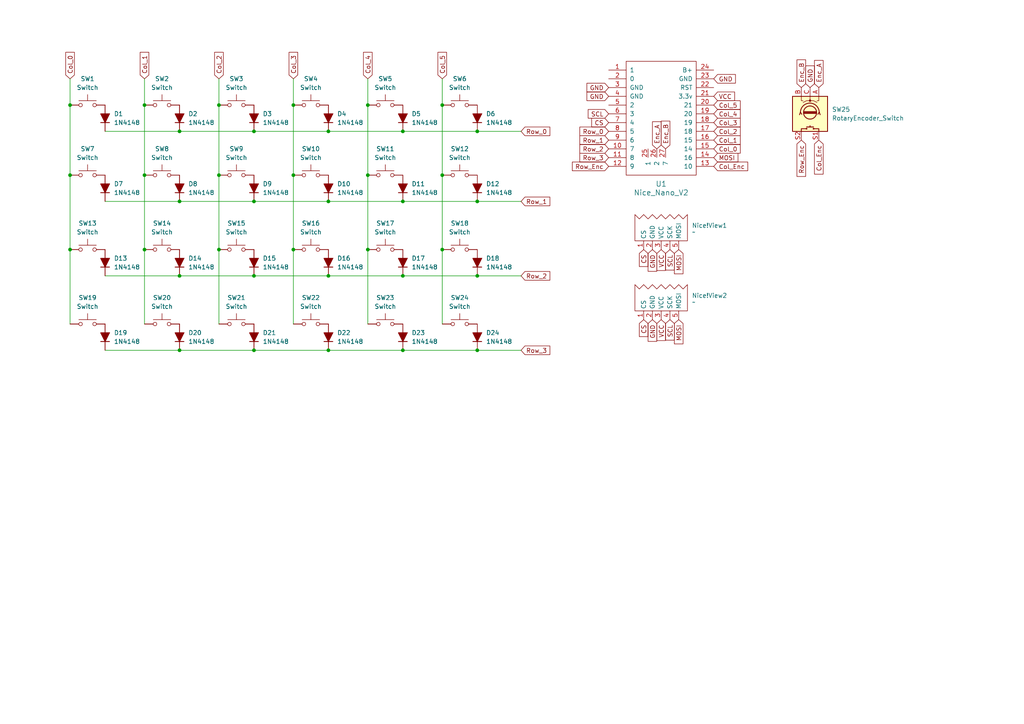
<source format=kicad_sch>
(kicad_sch (version 20231120) (generator "eeschema") (generator_version "8.0")
  (paper "A4")
  (lib_symbols
    (symbol "Device:RotaryEncoder_Switch" (pin_names (offset 0.254) hide)
      (property "Reference" "SW" (at 0 6.604 0))
      (property "Value" "RotaryEncoder_Switch" (at 0 -6.604 0))
      (symbol "RotaryEncoder_Switch_0_1"
        (rectangle (start -5.08 5.08) (end 5.08 -5.08) (stroke (width 0.254)) (fill (type background)))
        (circle (center -3.81 0) (radius 0.254) (fill (type outline)))
        (circle (center -0.381 0) (radius 1.905) (stroke (width 0.254)))
        (arc (start -0.381 2.667) (mid -3.0988 -0.0635) (end -0.381 -2.794) (stroke (width 0.254)))
        (polyline (pts (xy -0.635 -1.778) (xy -0.635 1.778)) (stroke (width 0.254)))
        (polyline (pts (xy -0.381 -1.778) (xy -0.381 1.778)) (stroke (width 0.254)))
        (polyline (pts (xy -0.127 1.778) (xy -0.127 -1.778)) (stroke (width 0.254)))
        (polyline (pts (xy 3.81 0) (xy 3.429 0)) (stroke (width 0.254)))
        (polyline (pts (xy 3.81 1.016) (xy 3.81 -1.016)) (stroke (width 0.254)))
        (polyline (pts (xy -5.08 -2.54) (xy -3.81 -2.54) (xy -3.81 -2.032)))
        (polyline (pts (xy -5.08 2.54) (xy -3.81 2.54) (xy -3.81 2.032)))
        (polyline (pts (xy 0.254 -3.048) (xy -0.508 -2.794) (xy 0.127 -2.413)) (stroke (width 0.254)))
        (polyline (pts (xy 0.254 2.921) (xy -0.508 2.667) (xy 0.127 2.286)) (stroke (width 0.254)))
        (polyline (pts (xy 5.08 -2.54) (xy 4.318 -2.54) (xy 4.318 -1.016)) (stroke (width 0.254)))
        (polyline (pts (xy 5.08 2.54) (xy 4.318 2.54) (xy 4.318 1.016)) (stroke (width 0.254)))
        (polyline (pts (xy -5.08 0) (xy -3.81 0) (xy -3.81 -1.016) (xy -3.302 -2.032)))
        (polyline (pts (xy -4.318 0) (xy -3.81 0) (xy -3.81 1.016) (xy -3.302 2.032)))
        (circle (center 4.318 -1.016) (radius 0.127) (stroke (width 0.254)))
        (circle (center 4.318 1.016) (radius 0.127) (stroke (width 0.254)))
      )
      (symbol "RotaryEncoder_Switch_1_1"
        (pin passive line (at -7.62 2.54 0) (length 2.54) (name "A") (number "A"))
        (pin passive line (at -7.62 -2.54 0) (length 2.54) (name "B") (number "B"))
        (pin passive line (at -7.62 0 0) (length 2.54) (name "C") (number "C"))
        (pin passive line (at 7.62 2.54 180) (length 2.54) (name "S1") (number "S1"))
        (pin passive line (at 7.62 -2.54 180) (length 2.54) (name "S2") (number "S2"))
      )
    )
    (symbol "My_Keyboards_Library:Nice!View" (in_bom no)
      (property "Reference" "Nice!View1" (at 8.89 4.4451 0))
      (property "Value" "~" (at 8.89 2.54 0))
      (symbol "Nice!View_0_1"
        (polyline (pts (xy -7.62 6.35) (xy -7.62 0) (xy 7.62 0) (xy 7.62 6.35) (xy 7.62 7.62) (xy 6.35 6.35) (xy 5.08 7.62) (xy 3.81 6.35) (xy 2.54 7.62) (xy 1.27 6.35) (xy 0 7.62) (xy -1.27 6.35) (xy -2.54 7.62) (xy -3.81 6.35) (xy -5.08 7.62) (xy -6.35 6.35) (xy -7.62 7.62) (xy -7.62 6.35)))
      )
      (symbol "Nice!View_1_1"
        (pin input line (at -5.08 -2.54 90) (length 2.54) (name "CS") (number "1"))
        (pin input line (at -2.54 -2.54 90) (length 2.54) (name "GND") (number "2"))
        (pin input line (at 0 -2.54 90) (length 2.54) (name "VCC") (number "3"))
        (pin input line (at 2.54 -2.54 90) (length 2.54) (name "SCK") (number "4"))
        (pin input line (at 5.08 -2.54 90) (length 2.54) (name "MOSI") (number "5"))
      )
    )
    (symbol "PCM_Diode_AKL:1N4148" (pin_numbers hide) (pin_names (offset 1.016) hide)
      (property "Reference" "D" (at 0 5.08 0))
      (property "Value" "1N4148" (at 0 2.54 0))
      (symbol "1N4148_0_1"
        (polyline (pts (xy -1.27 0) (xy 1.27 0)))
        (polyline (pts (xy 1.27 1.27) (xy 1.27 -1.27)) (stroke (width 0.254)))
        (polyline (pts (xy -1.27 1.27) (xy -1.27 -1.27) (xy 1.27 0) (xy -1.27 1.27)) (stroke (width 0.254)) (fill (type outline)))
      )
      (symbol "1N4148_1_1"
        (pin passive line (at 3.81 0 180) (length 2.54) (name "K") (number "1"))
        (pin passive line (at -3.81 0 0) (length 2.54) (name "A") (number "2"))
      )
    )
    (symbol "ScottoKeebs:MCU_Nice_Nano_V2" (pin_names (offset 1.016))
      (property "Reference" "U" (at 0 0 0))
      (property "Value" "Nice_Nano_V2" (at 0 -19.05 0))
      (symbol "MCU_Nice_Nano_V2_0_1"
        (rectangle (start -10.16 16.51) (end 10.16 -16.51))
      )
      (symbol "MCU_Nice_Nano_V2_1_1"
        (pin input line (at -15.24 13.97 0) (length 5.08) (name "1") (number "1"))
        (pin input line (at -15.24 -8.89 0) (length 5.08) (name "7") (number "10"))
        (pin input line (at -15.24 -11.43 0) (length 5.08) (name "8") (number "11"))
        (pin input line (at -15.24 -13.97 0) (length 5.08) (name "9") (number "12"))
        (pin input line (at 15.24 -13.97 180) (length 5.08) (name "10") (number "13"))
        (pin input line (at 15.24 -11.43 180) (length 5.08) (name "16") (number "14"))
        (pin input line (at 15.24 -8.89 180) (length 5.08) (name "14") (number "15"))
        (pin input line (at 15.24 -6.35 180) (length 5.08) (name "15") (number "16"))
        (pin input line (at 15.24 -3.81 180) (length 5.08) (name "18") (number "17"))
        (pin input line (at 15.24 -1.27 180) (length 5.08) (name "19") (number "18"))
        (pin input line (at 15.24 1.27 180) (length 5.08) (name "20") (number "19"))
        (pin input line (at -15.24 11.43 0) (length 5.08) (name "0") (number "2"))
        (pin input line (at 15.24 3.81 180) (length 5.08) (name "21") (number "20"))
        (pin input line (at 15.24 6.35 180) (length 5.08) (name "3.3v") (number "21"))
        (pin input line (at 15.24 8.89 180) (length 5.08) (name "RST") (number "22"))
        (pin input line (at 15.24 11.43 180) (length 5.08) (name "GND") (number "23"))
        (pin input line (at 15.24 13.97 180) (length 5.08) (name "B+") (number "24"))
        (pin input line (at -3.81 -8.89 270) (length 2.5) (name "1") (number "25"))
        (pin input line (at -1.27 -8.89 270) (length 2.5) (name "2") (number "26"))
        (pin input line (at 1.27 -8.89 270) (length 2.5) (name "7") (number "27"))
        (pin input line (at -15.24 8.89 0) (length 5.08) (name "GND") (number "3"))
        (pin input line (at -15.24 6.35 0) (length 5.08) (name "GND") (number "4"))
        (pin input line (at -15.24 3.81 0) (length 5.08) (name "2") (number "5"))
        (pin input line (at -15.24 1.27 0) (length 5.08) (name "3") (number "6"))
        (pin input line (at -15.24 -1.27 0) (length 5.08) (name "4") (number "7"))
        (pin input line (at -15.24 -3.81 0) (length 5.08) (name "5") (number "8"))
        (pin input line (at -15.24 -6.35 0) (length 5.08) (name "6") (number "9"))
      )
    )
    (symbol "ScottoKeebs:Placeholder_Switch" (pin_numbers hide) (pin_names (offset 1.016) hide)
      (property "Reference" "SW" (at 1.27 2.54 0))
      (property "Value" "Switch" (at 0 -1.524 0))
      (symbol "Placeholder_Switch_0_1"
        (circle (center -2.032 0) (radius 0.508))
        (polyline (pts (xy 0 1.27) (xy 0 3.048)))
        (polyline (pts (xy 2.54 1.27) (xy -2.54 1.27)))
        (circle (center 2.032 0) (radius 0.508))
        (pin passive line (at -5.08 0 0) (length 2.54) (name "1") (number "1"))
        (pin passive line (at 5.08 0 180) (length 2.54) (name "2") (number "2"))
      )
    )
  )
  (junction (at 20.32 72.39))
  (junction (at 73.66 80.01))
  (junction (at 95.25 80.01))
  (junction (at 116.84 58.42))
  (junction (at 95.25 101.6))
  (junction (at 128.27 30.48))
  (junction (at 106.68 72.39))
  (junction (at 63.5 50.8))
  (junction (at 116.84 38.1))
  (junction (at 95.25 38.1))
  (junction (at 52.07 58.42))
  (junction (at 106.68 30.48))
  (junction (at 128.27 50.8))
  (junction (at 73.66 101.6))
  (junction (at 52.07 38.1))
  (junction (at 138.43 38.1))
  (junction (at 41.91 72.39))
  (junction (at 85.09 30.48))
  (junction (at 52.07 80.01))
  (junction (at 138.43 58.42))
  (junction (at 20.32 30.48))
  (junction (at 85.09 50.8))
  (junction (at 95.25 58.42))
  (junction (at 41.91 50.8))
  (junction (at 73.66 58.42))
  (junction (at 73.66 38.1))
  (junction (at 85.09 72.39))
  (junction (at 138.43 101.6))
  (junction (at 63.5 72.39))
  (junction (at 116.84 80.01))
  (junction (at 128.27 72.39))
  (junction (at 116.84 101.6))
  (junction (at 63.5 30.48))
  (junction (at 20.32 50.8))
  (junction (at 52.07 101.6))
  (junction (at 138.43 80.01))
  (junction (at 106.68 50.8))
  (junction (at 41.91 30.48))
  (wire (pts (xy 106.68 30.48) (xy 106.68 50.8)))
  (wire (pts (xy 116.84 101.6) (xy 138.43 101.6)))
  (wire (pts (xy 95.25 80.01) (xy 116.84 80.01)))
  (wire (pts (xy 85.09 72.39) (xy 85.09 93.98)))
  (wire (pts (xy 20.32 72.39) (xy 20.32 93.98)))
  (wire (pts (xy 30.48 58.42) (xy 52.07 58.42)))
  (wire (pts (xy 116.84 38.1) (xy 138.43 38.1)))
  (wire (pts (xy 106.68 22.86) (xy 106.68 30.48)))
  (wire (pts (xy 73.66 80.01) (xy 95.25 80.01)))
  (wire (pts (xy 128.27 50.8) (xy 128.27 72.39)))
  (wire (pts (xy 63.5 50.8) (xy 63.5 72.39)))
  (wire (pts (xy 128.27 30.48) (xy 128.27 50.8)))
  (wire (pts (xy 63.5 22.86) (xy 63.5 30.48)))
  (wire (pts (xy 106.68 72.39) (xy 106.68 93.98)))
  (wire (pts (xy 85.09 50.8) (xy 85.09 72.39)))
  (wire (pts (xy 138.43 80.01) (xy 151.13 80.01)))
  (wire (pts (xy 41.91 50.8) (xy 41.91 72.39)))
  (wire (pts (xy 138.43 58.42) (xy 151.13 58.42)))
  (wire (pts (xy 138.43 38.1) (xy 151.13 38.1)))
  (wire (pts (xy 116.84 58.42) (xy 138.43 58.42)))
  (wire (pts (xy 30.48 38.1) (xy 52.07 38.1)))
  (wire (pts (xy 63.5 72.39) (xy 63.5 93.98)))
  (wire (pts (xy 52.07 58.42) (xy 73.66 58.42)))
  (wire (pts (xy 52.07 101.6) (xy 73.66 101.6)))
  (wire (pts (xy 95.25 38.1) (xy 116.84 38.1)))
  (wire (pts (xy 95.25 101.6) (xy 116.84 101.6)))
  (wire (pts (xy 106.68 50.8) (xy 106.68 72.39)))
  (wire (pts (xy 73.66 58.42) (xy 95.25 58.42)))
  (wire (pts (xy 52.07 38.1) (xy 73.66 38.1)))
  (wire (pts (xy 52.07 80.01) (xy 73.66 80.01)))
  (wire (pts (xy 95.25 58.42) (xy 116.84 58.42)))
  (wire (pts (xy 63.5 30.48) (xy 63.5 50.8)))
  (wire (pts (xy 30.48 101.6) (xy 52.07 101.6)))
  (wire (pts (xy 128.27 72.39) (xy 128.27 93.98)))
  (wire (pts (xy 138.43 101.6) (xy 151.13 101.6)))
  (wire (pts (xy 41.91 22.86) (xy 41.91 30.48)))
  (wire (pts (xy 20.32 30.48) (xy 20.32 50.8)))
  (wire (pts (xy 73.66 101.6) (xy 95.25 101.6)))
  (wire (pts (xy 41.91 30.48) (xy 41.91 50.8)))
  (wire (pts (xy 116.84 80.01) (xy 138.43 80.01)))
  (wire (pts (xy 20.32 50.8) (xy 20.32 72.39)))
  (wire (pts (xy 128.27 22.86) (xy 128.27 30.48)))
  (wire (pts (xy 30.48 80.01) (xy 52.07 80.01)))
  (wire (pts (xy 85.09 30.48) (xy 85.09 50.8)))
  (wire (pts (xy 20.32 22.86) (xy 20.32 30.48)))
  (wire (pts (xy 73.66 38.1) (xy 95.25 38.1)))
  (wire (pts (xy 85.09 22.86) (xy 85.09 30.48)))
  (wire (pts (xy 41.91 72.39) (xy 41.91 93.98)))
  (global_label "Col_3" (shape input) (at 207.01 35.56 0) (property "Intersheetrefs" "${INTERSHEET_REFS}" (effects (hide yes))))
  (global_label "Col_4" (shape input) (at 106.68 22.86 90) (property "Intersheetrefs" "${INTERSHEET_REFS}" (effects (hide yes))))
  (global_label "Row_3" (shape input) (at 151.13 101.6 0) (property "Intersheetrefs" "${INTERSHEET_REFS}" (effects (hide yes))))
  (global_label "Row_0" (shape input) (at 176.53 38.1 180) (property "Intersheetrefs" "${INTERSHEET_REFS}" (effects (hide yes))))
  (global_label "Col_1" (shape input) (at 41.91 22.86 90) (property "Intersheetrefs" "${INTERSHEET_REFS}" (effects (hide yes))))
  (global_label "Col_4" (shape input) (at 207.01 33.02 0) (property "Intersheetrefs" "${INTERSHEET_REFS}" (effects (hide yes))))
  (global_label "Row_1" (shape input) (at 176.53 40.64 180) (property "Intersheetrefs" "${INTERSHEET_REFS}" (effects (hide yes))))
  (global_label "MOSI" (shape input) (at 196.85 72.39 270) (property "Intersheetrefs" "${INTERSHEET_REFS}" (effects (hide yes))))
  (global_label "MOSI" (shape input) (at 196.85 92.71 270) (property "Intersheetrefs" "${INTERSHEET_REFS}" (effects (hide yes))))
  (global_label "Col_Enc" (shape input) (at 207.01 48.26 0) (property "Intersheetrefs" "${INTERSHEET_REFS}" (effects (hide yes))))
  (global_label "Row_Enc" (shape input) (at 232.41 40.64 270) (property "Intersheetrefs" "${INTERSHEET_REFS}" (effects (hide yes))))
  (global_label "GND" (shape input) (at 176.53 25.4 180) (property "Intersheetrefs" "${INTERSHEET_REFS}" (effects (hide yes))))
  (global_label "Col_1" (shape input) (at 207.01 40.64 0) (property "Intersheetrefs" "${INTERSHEET_REFS}" (effects (hide yes))))
  (global_label "GND" (shape input) (at 176.53 27.94 180) (property "Intersheetrefs" "${INTERSHEET_REFS}" (effects (hide yes))))
  (global_label "SCL" (shape input) (at 194.31 72.39 270) (property "Intersheetrefs" "${INTERSHEET_REFS}" (effects (hide yes))))
  (global_label "Col_0" (shape input) (at 207.01 43.18 0) (property "Intersheetrefs" "${INTERSHEET_REFS}" (effects (hide yes))))
  (global_label "Enc_B" (shape input) (at 232.41 25.4 90) (property "Intersheetrefs" "${INTERSHEET_REFS}" (effects (hide yes))))
  (global_label "VCC" (shape input) (at 207.01 27.94 0) (property "Intersheetrefs" "${INTERSHEET_REFS}" (effects (hide yes))))
  (global_label "MOSI" (shape input) (at 207.01 45.72 0) (property "Intersheetrefs" "${INTERSHEET_REFS}" (effects (hide yes))))
  (global_label "GND" (shape input) (at 234.95 25.4 90) (property "Intersheetrefs" "${INTERSHEET_REFS}" (effects (hide yes))))
  (global_label "Enc_A" (shape input) (at 190.5 43.18 90) (property "Intersheetrefs" "${INTERSHEET_REFS}" (effects (hide yes))))
  (global_label "Row_1" (shape input) (at 151.13 58.42 0) (property "Intersheetrefs" "${INTERSHEET_REFS}" (effects (hide yes))))
  (global_label "Row_2" (shape input) (at 176.53 43.18 180) (property "Intersheetrefs" "${INTERSHEET_REFS}" (effects (hide yes))))
  (global_label "SCL" (shape input) (at 194.31 92.71 270) (property "Intersheetrefs" "${INTERSHEET_REFS}" (effects (hide yes))))
  (global_label "VCC" (shape input) (at 191.77 92.71 270) (property "Intersheetrefs" "${INTERSHEET_REFS}" (effects (hide yes))))
  (global_label "CS" (shape input) (at 186.69 72.39 270) (property "Intersheetrefs" "${INTERSHEET_REFS}" (effects (hide yes))))
  (global_label "GND" (shape input) (at 189.23 72.39 270) (property "Intersheetrefs" "${INTERSHEET_REFS}" (effects (hide yes))))
  (global_label "Enc_B" (shape input) (at 193.04 43.18 90) (property "Intersheetrefs" "${INTERSHEET_REFS}" (effects (hide yes))))
  (global_label "VCC" (shape input) (at 191.77 72.39 270) (property "Intersheetrefs" "${INTERSHEET_REFS}" (effects (hide yes))))
  (global_label "Col_2" (shape input) (at 207.01 38.1 0) (property "Intersheetrefs" "${INTERSHEET_REFS}" (effects (hide yes))))
  (global_label "GND" (shape input) (at 207.01 22.86 0) (property "Intersheetrefs" "${INTERSHEET_REFS}" (effects (hide yes))))
  (global_label "CS" (shape input) (at 176.53 35.56 180) (property "Intersheetrefs" "${INTERSHEET_REFS}" (effects (hide yes))))
  (global_label "Row_Enc" (shape input) (at 176.53 48.26 180) (property "Intersheetrefs" "${INTERSHEET_REFS}" (effects (hide yes))))
  (global_label "CS" (shape input) (at 186.69 92.71 270) (property "Intersheetrefs" "${INTERSHEET_REFS}" (effects (hide yes))))
  (global_label "Row_2" (shape input) (at 151.13 80.01 0) (property "Intersheetrefs" "${INTERSHEET_REFS}" (effects (hide yes))))
  (global_label "Row_3" (shape input) (at 176.53 45.72 180) (property "Intersheetrefs" "${INTERSHEET_REFS}" (effects (hide yes))))
  (global_label "Col_2" (shape input) (at 63.5 22.86 90) (property "Intersheetrefs" "${INTERSHEET_REFS}" (effects (hide yes))))
  (global_label "Col_Enc" (shape input) (at 237.49 40.64 270) (property "Intersheetrefs" "${INTERSHEET_REFS}" (effects (hide yes))))
  (global_label "Enc_A" (shape input) (at 237.49 25.4 90) (property "Intersheetrefs" "${INTERSHEET_REFS}" (effects (hide yes))))
  (global_label "Col_5" (shape input) (at 128.27 22.86 90) (property "Intersheetrefs" "${INTERSHEET_REFS}" (effects (hide yes))))
  (global_label "Col_0" (shape input) (at 20.32 22.86 90) (property "Intersheetrefs" "${INTERSHEET_REFS}" (effects (hide yes))))
  (global_label "GND" (shape input) (at 189.23 92.71 270) (property "Intersheetrefs" "${INTERSHEET_REFS}" (effects (hide yes))))
  (global_label "Col_5" (shape input) (at 207.01 30.48 0) (property "Intersheetrefs" "${INTERSHEET_REFS}" (effects (hide yes))))
  (global_label "SCL" (shape input) (at 176.53 33.02 180) (property "Intersheetrefs" "${INTERSHEET_REFS}" (effects (hide yes))))
  (global_label "Row_0" (shape input) (at 151.13 38.1 0) (property "Intersheetrefs" "${INTERSHEET_REFS}" (effects (hide yes))))
  (global_label "Col_3" (shape input) (at 85.09 22.86 90) (property "Intersheetrefs" "${INTERSHEET_REFS}" (effects (hide yes))))
  (symbol (lib_id "PCM_Diode_AKL:1N4148") (at 52.07 34.29 270) (unit 1)
    (property "Reference" "D2" (at 54.61 33.0199 90) (effects (justify left)))
    (property "Value" "1N4148" (at 54.61 35.5599 90) (effects (justify left)))
    (property "Footprint" "Kicad Footprints:SOD123_DIO" (effects (hide yes)))
    (property "Datasheet" "https://datasheet.octopart.com/1N4148TR-ON-Semiconductor-datasheet-42765246.pdf" (effects (hide yes)))
    (property "Description" "DO-35 Diode, Small Signal, Fast Switching, 75V, 150mA, 4ns, Alternate KiCad Library" (effects (hide yes)))
  )
  (symbol (lib_id "ScottoKeebs:Placeholder_Switch") (at 25.4 50.8 0) (unit 1)
    (property "Reference" "SW7" (at 25.4 43.18 0))
    (property "Value" "Switch" (at 25.4 45.72 0))
    (property "Footprint" "marbastlib-xp-choc:SW_choc_Reversible_1u" (effects (hide yes)))
    (property "Description" "Push button switch, generic, two pins" (effects (hide yes)))
  )
  (symbol (lib_id "ScottoKeebs:Placeholder_Switch") (at 46.99 72.39 0) (unit 1)
    (property "Reference" "SW14" (at 46.99 64.77 0))
    (property "Value" "Switch" (at 46.99 67.31 0))
    (property "Footprint" "marbastlib-xp-choc:SW_choc_Reversible_1u" (effects (hide yes)))
    (property "Description" "Push button switch, generic, two pins" (effects (hide yes)))
  )
  (symbol (lib_id "PCM_Diode_AKL:1N4148") (at 30.48 34.29 270) (unit 1)
    (property "Reference" "D1" (at 33.02 33.0199 90) (effects (justify left)))
    (property "Value" "1N4148" (at 33.02 35.5599 90) (effects (justify left)))
    (property "Footprint" "Kicad Footprints:SOD123_DIO" (effects (hide yes)))
    (property "Datasheet" "https://datasheet.octopart.com/1N4148TR-ON-Semiconductor-datasheet-42765246.pdf" (effects (hide yes)))
    (property "Description" "DO-35 Diode, Small Signal, Fast Switching, 75V, 150mA, 4ns, Alternate KiCad Library" (effects (hide yes)))
  )
  (symbol (lib_id "ScottoKeebs:Placeholder_Switch") (at 111.76 93.98 0) (unit 1)
    (property "Reference" "SW23" (at 111.76 86.36 0))
    (property "Value" "Switch" (at 111.76 88.9 0))
    (property "Footprint" "marbastlib-xp-choc:SW_choc_Reversible_1u" (effects (hide yes)))
    (property "Description" "Push button switch, generic, two pins" (effects (hide yes)))
  )
  (symbol (lib_id "PCM_Diode_AKL:1N4148") (at 73.66 54.61 270) (unit 1)
    (property "Reference" "D9" (at 76.2 53.3399 90) (effects (justify left)))
    (property "Value" "1N4148" (at 76.2 55.8799 90) (effects (justify left)))
    (property "Footprint" "Kicad Footprints:SOD123_DIO" (effects (hide yes)))
    (property "Datasheet" "https://datasheet.octopart.com/1N4148TR-ON-Semiconductor-datasheet-42765246.pdf" (effects (hide yes)))
    (property "Description" "DO-35 Diode, Small Signal, Fast Switching, 75V, 150mA, 4ns, Alternate KiCad Library" (effects (hide yes)))
  )
  (symbol (lib_id "PCM_Diode_AKL:1N4148") (at 30.48 76.2 270) (unit 1)
    (property "Reference" "D13" (at 33.02 74.9299 90) (effects (justify left)))
    (property "Value" "1N4148" (at 33.02 77.4699 90) (effects (justify left)))
    (property "Footprint" "Kicad Footprints:SOD123_DIO" (effects (hide yes)))
    (property "Datasheet" "https://datasheet.octopart.com/1N4148TR-ON-Semiconductor-datasheet-42765246.pdf" (effects (hide yes)))
    (property "Description" "DO-35 Diode, Small Signal, Fast Switching, 75V, 150mA, 4ns, Alternate KiCad Library" (effects (hide yes)))
  )
  (symbol (lib_id "PCM_Diode_AKL:1N4148") (at 30.48 54.61 270) (unit 1)
    (property "Reference" "D7" (at 33.02 53.3399 90) (effects (justify left)))
    (property "Value" "1N4148" (at 33.02 55.8799 90) (effects (justify left)))
    (property "Footprint" "Kicad Footprints:SOD123_DIO" (effects (hide yes)))
    (property "Datasheet" "https://datasheet.octopart.com/1N4148TR-ON-Semiconductor-datasheet-42765246.pdf" (effects (hide yes)))
    (property "Description" "DO-35 Diode, Small Signal, Fast Switching, 75V, 150mA, 4ns, Alternate KiCad Library" (effects (hide yes)))
  )
  (symbol (lib_id "PCM_Diode_AKL:1N4148") (at 116.84 97.79 270) (unit 1)
    (property "Reference" "D23" (at 119.38 96.5199 90) (effects (justify left)))
    (property "Value" "1N4148" (at 119.38 99.0599 90) (effects (justify left)))
    (property "Footprint" "Kicad Footprints:SOD123_DIO" (effects (hide yes)))
    (property "Datasheet" "https://datasheet.octopart.com/1N4148TR-ON-Semiconductor-datasheet-42765246.pdf" (effects (hide yes)))
    (property "Description" "DO-35 Diode, Small Signal, Fast Switching, 75V, 150mA, 4ns, Alternate KiCad Library" (effects (hide yes)))
  )
  (symbol (lib_id "PCM_Diode_AKL:1N4148") (at 116.84 54.61 270) (unit 1)
    (property "Reference" "D11" (at 119.38 53.3399 90) (effects (justify left)))
    (property "Value" "1N4148" (at 119.38 55.8799 90) (effects (justify left)))
    (property "Footprint" "Kicad Footprints:SOD123_DIO" (effects (hide yes)))
    (property "Datasheet" "https://datasheet.octopart.com/1N4148TR-ON-Semiconductor-datasheet-42765246.pdf" (effects (hide yes)))
    (property "Description" "DO-35 Diode, Small Signal, Fast Switching, 75V, 150mA, 4ns, Alternate KiCad Library" (effects (hide yes)))
  )
  (symbol (lib_id "PCM_Diode_AKL:1N4148") (at 52.07 54.61 270) (unit 1)
    (property "Reference" "D8" (at 54.61 53.3399 90) (effects (justify left)))
    (property "Value" "1N4148" (at 54.61 55.8799 90) (effects (justify left)))
    (property "Footprint" "Kicad Footprints:SOD123_DIO" (effects (hide yes)))
    (property "Datasheet" "https://datasheet.octopart.com/1N4148TR-ON-Semiconductor-datasheet-42765246.pdf" (effects (hide yes)))
    (property "Description" "DO-35 Diode, Small Signal, Fast Switching, 75V, 150mA, 4ns, Alternate KiCad Library" (effects (hide yes)))
  )
  (symbol (lib_id "ScottoKeebs:Placeholder_Switch") (at 111.76 30.48 0) (unit 1)
    (property "Reference" "SW5" (at 111.76 22.86 0))
    (property "Value" "Switch" (at 111.76 25.4 0))
    (property "Footprint" "marbastlib-xp-choc:SW_choc_Reversible_1u" (effects (hide yes)))
    (property "Description" "Push button switch, generic, two pins" (effects (hide yes)))
  )
  (symbol (lib_id "ScottoKeebs:Placeholder_Switch") (at 46.99 30.48 0) (unit 1)
    (property "Reference" "SW2" (at 46.99 22.86 0))
    (property "Value" "Switch" (at 46.99 25.4 0))
    (property "Footprint" "marbastlib-xp-choc:SW_choc_Reversible_1u" (effects (hide yes)))
    (property "Description" "Push button switch, generic, two pins" (effects (hide yes)))
  )
  (symbol (lib_id "PCM_Diode_AKL:1N4148") (at 116.84 34.29 270) (unit 1)
    (property "Reference" "D5" (at 119.38 33.0199 90) (effects (justify left)))
    (property "Value" "1N4148" (at 119.38 35.5599 90) (effects (justify left)))
    (property "Footprint" "Kicad Footprints:SOD123_DIO" (effects (hide yes)))
    (property "Datasheet" "https://datasheet.octopart.com/1N4148TR-ON-Semiconductor-datasheet-42765246.pdf" (effects (hide yes)))
    (property "Description" "DO-35 Diode, Small Signal, Fast Switching, 75V, 150mA, 4ns, Alternate KiCad Library" (effects (hide yes)))
  )
  (symbol (lib_id "PCM_Diode_AKL:1N4148") (at 30.48 97.79 270) (unit 1)
    (property "Reference" "D19" (at 33.02 96.5199 90) (effects (justify left)))
    (property "Value" "1N4148" (at 33.02 99.0599 90) (effects (justify left)))
    (property "Footprint" "Kicad Footprints:SOD123_DIO" (effects (hide yes)))
    (property "Datasheet" "https://datasheet.octopart.com/1N4148TR-ON-Semiconductor-datasheet-42765246.pdf" (effects (hide yes)))
    (property "Description" "DO-35 Diode, Small Signal, Fast Switching, 75V, 150mA, 4ns, Alternate KiCad Library" (effects (hide yes)))
  )
  (symbol (lib_id "ScottoKeebs:Placeholder_Switch") (at 25.4 30.48 0) (unit 1)
    (property "Reference" "SW1" (at 25.4 22.86 0))
    (property "Value" "Switch" (at 25.4 25.4 0))
    (property "Footprint" "marbastlib-xp-choc:SW_choc_Reversible_1u" (effects (hide yes)))
    (property "Description" "Push button switch, generic, two pins" (effects (hide yes)))
  )
  (symbol (lib_id "PCM_Diode_AKL:1N4148") (at 73.66 76.2 270) (unit 1)
    (property "Reference" "D15" (at 76.2 74.9299 90) (effects (justify left)))
    (property "Value" "1N4148" (at 76.2 77.4699 90) (effects (justify left)))
    (property "Footprint" "Kicad Footprints:SOD123_DIO" (effects (hide yes)))
    (property "Datasheet" "https://datasheet.octopart.com/1N4148TR-ON-Semiconductor-datasheet-42765246.pdf" (effects (hide yes)))
    (property "Description" "DO-35 Diode, Small Signal, Fast Switching, 75V, 150mA, 4ns, Alternate KiCad Library" (effects (hide yes)))
  )
  (symbol (lib_id "PCM_Diode_AKL:1N4148") (at 95.25 34.29 270) (unit 1)
    (property "Reference" "D4" (at 97.79 33.0199 90) (effects (justify left)))
    (property "Value" "1N4148" (at 97.79 35.5599 90) (effects (justify left)))
    (property "Footprint" "Kicad Footprints:SOD123_DIO" (effects (hide yes)))
    (property "Datasheet" "https://datasheet.octopart.com/1N4148TR-ON-Semiconductor-datasheet-42765246.pdf" (effects (hide yes)))
    (property "Description" "DO-35 Diode, Small Signal, Fast Switching, 75V, 150mA, 4ns, Alternate KiCad Library" (effects (hide yes)))
  )
  (symbol (lib_id "Device:RotaryEncoder_Switch") (at 234.95 33.02 270) (unit 1)
    (property "Reference" "SW25" (at 241.3 31.7499 90) (effects (justify left)))
    (property "Value" "RotaryEncoder_Switch" (at 241.3 34.2899 90) (effects (justify left)))
    (property "Footprint" "Rotary_Encoder:RotaryEncoder_Alps_EC11E-Switch_Vertical_H20mm_CircularMountingHoles" (effects (hide yes)))
    (property "Description" "Rotary encoder, dual channel, incremental quadrate outputs, with switch" (effects (hide yes)))
  )
  (symbol (lib_id "ScottoKeebs:Placeholder_Switch") (at 90.17 72.39 0) (unit 1)
    (property "Reference" "SW16" (at 90.17 64.77 0))
    (property "Value" "Switch" (at 90.17 67.31 0))
    (property "Footprint" "marbastlib-xp-choc:SW_choc_Reversible_1u" (effects (hide yes)))
    (property "Description" "Push button switch, generic, two pins" (effects (hide yes)))
  )
  (symbol (lib_id "PCM_Diode_AKL:1N4148") (at 116.84 76.2 270) (unit 1)
    (property "Reference" "D17" (at 119.38 74.9299 90) (effects (justify left)))
    (property "Value" "1N4148" (at 119.38 77.4699 90) (effects (justify left)))
    (property "Footprint" "Kicad Footprints:SOD123_DIO" (effects (hide yes)))
    (property "Datasheet" "https://datasheet.octopart.com/1N4148TR-ON-Semiconductor-datasheet-42765246.pdf" (effects (hide yes)))
    (property "Description" "DO-35 Diode, Small Signal, Fast Switching, 75V, 150mA, 4ns, Alternate KiCad Library" (effects (hide yes)))
  )
  (symbol (lib_id "PCM_Diode_AKL:1N4148") (at 52.07 97.79 270) (unit 1)
    (property "Reference" "D20" (at 54.61 96.5199 90) (effects (justify left)))
    (property "Value" "1N4148" (at 54.61 99.0599 90) (effects (justify left)))
    (property "Footprint" "Kicad Footprints:SOD123_DIO" (effects (hide yes)))
    (property "Datasheet" "https://datasheet.octopart.com/1N4148TR-ON-Semiconductor-datasheet-42765246.pdf" (effects (hide yes)))
    (property "Description" "DO-35 Diode, Small Signal, Fast Switching, 75V, 150mA, 4ns, Alternate KiCad Library" (effects (hide yes)))
  )
  (symbol (lib_id "PCM_Diode_AKL:1N4148") (at 95.25 54.61 270) (unit 1)
    (property "Reference" "D10" (at 97.79 53.3399 90) (effects (justify left)))
    (property "Value" "1N4148" (at 97.79 55.8799 90) (effects (justify left)))
    (property "Footprint" "Kicad Footprints:SOD123_DIO" (effects (hide yes)))
    (property "Datasheet" "https://datasheet.octopart.com/1N4148TR-ON-Semiconductor-datasheet-42765246.pdf" (effects (hide yes)))
    (property "Description" "DO-35 Diode, Small Signal, Fast Switching, 75V, 150mA, 4ns, Alternate KiCad Library" (effects (hide yes)))
  )
  (symbol (lib_id "ScottoKeebs:Placeholder_Switch") (at 111.76 50.8 0) (unit 1)
    (property "Reference" "SW11" (at 111.76 43.18 0))
    (property "Value" "Switch" (at 111.76 45.72 0))
    (property "Footprint" "marbastlib-xp-choc:SW_choc_Reversible_1u" (effects (hide yes)))
    (property "Description" "Push button switch, generic, two pins" (effects (hide yes)))
  )
  (symbol (lib_id "ScottoKeebs:Placeholder_Switch") (at 46.99 50.8 0) (unit 1)
    (property "Reference" "SW8" (at 46.99 43.18 0))
    (property "Value" "Switch" (at 46.99 45.72 0))
    (property "Footprint" "marbastlib-xp-choc:SW_choc_Reversible_1u" (effects (hide yes)))
    (property "Description" "Push button switch, generic, two pins" (effects (hide yes)))
  )
  (symbol (lib_id "ScottoKeebs:Placeholder_Switch") (at 68.58 50.8 0) (unit 1)
    (property "Reference" "SW9" (at 68.58 43.18 0))
    (property "Value" "Switch" (at 68.58 45.72 0))
    (property "Footprint" "marbastlib-xp-choc:SW_choc_Reversible_1u" (effects (hide yes)))
    (property "Description" "Push button switch, generic, two pins" (effects (hide yes)))
  )
  (symbol (lib_id "PCM_Diode_AKL:1N4148") (at 138.43 97.79 270) (unit 1)
    (property "Reference" "D24" (at 140.97 96.5199 90) (effects (justify left)))
    (property "Value" "1N4148" (at 140.97 99.0599 90) (effects (justify left)))
    (property "Footprint" "Kicad Footprints:SOD123_DIO" (effects (hide yes)))
    (property "Datasheet" "https://datasheet.octopart.com/1N4148TR-ON-Semiconductor-datasheet-42765246.pdf" (effects (hide yes)))
    (property "Description" "DO-35 Diode, Small Signal, Fast Switching, 75V, 150mA, 4ns, Alternate KiCad Library" (effects (hide yes)))
  )
  (symbol (lib_id "ScottoKeebs:Placeholder_Switch") (at 133.35 72.39 0) (unit 1)
    (property "Reference" "SW18" (at 133.35 64.77 0))
    (property "Value" "Switch" (at 133.35 67.31 0))
    (property "Footprint" "marbastlib-xp-choc:SW_choc_Reversible_1u" (effects (hide yes)))
    (property "Description" "Push button switch, generic, two pins" (effects (hide yes)))
  )
  (symbol (lib_id "ScottoKeebs:Placeholder_Switch") (at 133.35 30.48 0) (unit 1)
    (property "Reference" "SW6" (at 133.35 22.86 0))
    (property "Value" "Switch" (at 133.35 25.4 0))
    (property "Footprint" "marbastlib-xp-choc:SW_choc_Reversible_1u" (effects (hide yes)))
    (property "Description" "Push button switch, generic, two pins" (effects (hide yes)))
  )
  (symbol (lib_id "My_Keyboards_Library:Nice!View") (at 191.77 69.85 0) (unit 1) (in_bom no)
    (property "Reference" "Nice!View1" (at 200.66 65.4049 0) (effects (justify left)))
    (property "Value" "~" (at 200.66 67.31 0) (effects (justify left)))
    (property "Footprint" "Kicad Footprints:Nice!View" (effects (hide yes)))
  )
  (symbol (lib_id "ScottoKeebs:Placeholder_Switch") (at 111.76 72.39 0) (unit 1)
    (property "Reference" "SW17" (at 111.76 64.77 0))
    (property "Value" "Switch" (at 111.76 67.31 0))
    (property "Footprint" "marbastlib-xp-choc:SW_choc_Reversible_1u" (effects (hide yes)))
    (property "Description" "Push button switch, generic, two pins" (effects (hide yes)))
  )
  (symbol (lib_id "ScottoKeebs:Placeholder_Switch") (at 68.58 72.39 0) (unit 1)
    (property "Reference" "SW15" (at 68.58 64.77 0))
    (property "Value" "Switch" (at 68.58 67.31 0))
    (property "Footprint" "marbastlib-xp-choc:SW_choc_Reversible_1u" (effects (hide yes)))
    (property "Description" "Push button switch, generic, two pins" (effects (hide yes)))
  )
  (symbol (lib_id "PCM_Diode_AKL:1N4148") (at 73.66 97.79 270) (unit 1)
    (property "Reference" "D21" (at 76.2 96.5199 90) (effects (justify left)))
    (property "Value" "1N4148" (at 76.2 99.0599 90) (effects (justify left)))
    (property "Footprint" "Kicad Footprints:SOD123_DIO" (effects (hide yes)))
    (property "Datasheet" "https://datasheet.octopart.com/1N4148TR-ON-Semiconductor-datasheet-42765246.pdf" (effects (hide yes)))
    (property "Description" "DO-35 Diode, Small Signal, Fast Switching, 75V, 150mA, 4ns, Alternate KiCad Library" (effects (hide yes)))
  )
  (symbol (lib_id "ScottoKeebs:Placeholder_Switch") (at 68.58 93.98 0) (unit 1)
    (property "Reference" "SW21" (at 68.58 86.36 0))
    (property "Value" "Switch" (at 68.58 88.9 0))
    (property "Footprint" "marbastlib-xp-choc:SW_choc_Reversible_1u" (effects (hide yes)))
    (property "Description" "Push button switch, generic, two pins" (effects (hide yes)))
  )
  (symbol (lib_id "PCM_Diode_AKL:1N4148") (at 138.43 54.61 270) (unit 1)
    (property "Reference" "D12" (at 140.97 53.3399 90) (effects (justify left)))
    (property "Value" "1N4148" (at 140.97 55.8799 90) (effects (justify left)))
    (property "Footprint" "Kicad Footprints:SOD123_DIO" (effects (hide yes)))
    (property "Datasheet" "https://datasheet.octopart.com/1N4148TR-ON-Semiconductor-datasheet-42765246.pdf" (effects (hide yes)))
    (property "Description" "DO-35 Diode, Small Signal, Fast Switching, 75V, 150mA, 4ns, Alternate KiCad Library" (effects (hide yes)))
  )
  (symbol (lib_id "ScottoKeebs:Placeholder_Switch") (at 68.58 30.48 0) (unit 1)
    (property "Reference" "SW3" (at 68.58 22.86 0))
    (property "Value" "Switch" (at 68.58 25.4 0))
    (property "Footprint" "marbastlib-xp-choc:SW_choc_Reversible_1u" (effects (hide yes)))
    (property "Description" "Push button switch, generic, two pins" (effects (hide yes)))
  )
  (symbol (lib_id "ScottoKeebs:MCU_Nice_Nano_V2") (at 191.77 34.29 0) (unit 1)
    (property "Reference" "U1" (at 191.77 53.34 0) (effects (font (size 1.524 1.524))))
    (property "Value" "Nice_Nano_V2" (at 191.77 55.88 0) (effects (font (size 1.524 1.524))))
    (property "Footprint" "ScottoKeebs_MCU:Nice_Nano_V2" (effects (hide yes)))
  )
  (symbol (lib_id "PCM_Diode_AKL:1N4148") (at 95.25 76.2 270) (unit 1)
    (property "Reference" "D16" (at 97.79 74.9299 90) (effects (justify left)))
    (property "Value" "1N4148" (at 97.79 77.4699 90) (effects (justify left)))
    (property "Footprint" "Kicad Footprints:SOD123_DIO" (effects (hide yes)))
    (property "Datasheet" "https://datasheet.octopart.com/1N4148TR-ON-Semiconductor-datasheet-42765246.pdf" (effects (hide yes)))
    (property "Description" "DO-35 Diode, Small Signal, Fast Switching, 75V, 150mA, 4ns, Alternate KiCad Library" (effects (hide yes)))
  )
  (symbol (lib_id "PCM_Diode_AKL:1N4148") (at 138.43 34.29 270) (unit 1)
    (property "Reference" "D6" (at 140.97 33.0199 90) (effects (justify left)))
    (property "Value" "1N4148" (at 140.97 35.5599 90) (effects (justify left)))
    (property "Footprint" "Kicad Footprints:SOD123_DIO" (effects (hide yes)))
    (property "Datasheet" "https://datasheet.octopart.com/1N4148TR-ON-Semiconductor-datasheet-42765246.pdf" (effects (hide yes)))
    (property "Description" "DO-35 Diode, Small Signal, Fast Switching, 75V, 150mA, 4ns, Alternate KiCad Library" (effects (hide yes)))
  )
  (symbol (lib_id "PCM_Diode_AKL:1N4148") (at 138.43 76.2 270) (unit 1)
    (property "Reference" "D18" (at 140.97 74.9299 90) (effects (justify left)))
    (property "Value" "1N4148" (at 140.97 77.4699 90) (effects (justify left)))
    (property "Footprint" "Kicad Footprints:SOD123_DIO" (effects (hide yes)))
    (property "Datasheet" "https://datasheet.octopart.com/1N4148TR-ON-Semiconductor-datasheet-42765246.pdf" (effects (hide yes)))
    (property "Description" "DO-35 Diode, Small Signal, Fast Switching, 75V, 150mA, 4ns, Alternate KiCad Library" (effects (hide yes)))
  )
  (symbol (lib_id "PCM_Diode_AKL:1N4148") (at 95.25 97.79 270) (unit 1)
    (property "Reference" "D22" (at 97.79 96.5199 90) (effects (justify left)))
    (property "Value" "1N4148" (at 97.79 99.0599 90) (effects (justify left)))
    (property "Footprint" "Kicad Footprints:SOD123_DIO" (effects (hide yes)))
    (property "Datasheet" "https://datasheet.octopart.com/1N4148TR-ON-Semiconductor-datasheet-42765246.pdf" (effects (hide yes)))
    (property "Description" "DO-35 Diode, Small Signal, Fast Switching, 75V, 150mA, 4ns, Alternate KiCad Library" (effects (hide yes)))
  )
  (symbol (lib_id "My_Keyboards_Library:Nice!View") (at 191.77 90.17 0) (unit 1) (in_bom no)
    (property "Reference" "Nice!View2" (at 200.66 85.7249 0) (effects (justify left)))
    (property "Value" "~" (at 200.66 87.63 0) (effects (justify left)))
    (property "Footprint" "Kicad Footprints:Nice!View" (effects (hide yes)))
  )
  (symbol (lib_id "ScottoKeebs:Placeholder_Switch") (at 25.4 93.98 0) (unit 1)
    (property "Reference" "SW19" (at 25.4 86.36 0))
    (property "Value" "Switch" (at 25.4 88.9 0))
    (property "Footprint" "marbastlib-xp-choc:SW_choc_Reversible_1u" (effects (hide yes)))
    (property "Description" "Push button switch, generic, two pins" (effects (hide yes)))
  )
  (symbol (lib_id "ScottoKeebs:Placeholder_Switch") (at 90.17 30.48 0) (unit 1)
    (property "Reference" "SW4" (at 90.17 22.86 0))
    (property "Value" "Switch" (at 90.17 25.4 0))
    (property "Footprint" "marbastlib-xp-choc:SW_choc_Reversible_1u" (effects (hide yes)))
    (property "Description" "Push button switch, generic, two pins" (effects (hide yes)))
  )
  (symbol (lib_id "ScottoKeebs:Placeholder_Switch") (at 46.99 93.98 0) (unit 1)
    (property "Reference" "SW20" (at 46.99 86.36 0))
    (property "Value" "Switch" (at 46.99 88.9 0))
    (property "Footprint" "marbastlib-xp-choc:SW_choc_Reversible_1u" (effects (hide yes)))
    (property "Description" "Push button switch, generic, two pins" (effects (hide yes)))
  )
  (symbol (lib_id "PCM_Diode_AKL:1N4148") (at 52.07 76.2 270) (unit 1)
    (property "Reference" "D14" (at 54.61 74.9299 90) (effects (justify left)))
    (property "Value" "1N4148" (at 54.61 77.4699 90) (effects (justify left)))
    (property "Footprint" "Kicad Footprints:SOD123_DIO" (effects (hide yes)))
    (property "Datasheet" "https://datasheet.octopart.com/1N4148TR-ON-Semiconductor-datasheet-42765246.pdf" (effects (hide yes)))
    (property "Description" "DO-35 Diode, Small Signal, Fast Switching, 75V, 150mA, 4ns, Alternate KiCad Library" (effects (hide yes)))
  )
  (symbol (lib_id "ScottoKeebs:Placeholder_Switch") (at 90.17 50.8 0) (unit 1)
    (property "Reference" "SW10" (at 90.17 43.18 0))
    (property "Value" "Switch" (at 90.17 45.72 0))
    (property "Footprint" "marbastlib-xp-choc:SW_choc_Reversible_1u" (effects (hide yes)))
    (property "Description" "Push button switch, generic, two pins" (effects (hide yes)))
  )
  (symbol (lib_id "ScottoKeebs:Placeholder_Switch") (at 133.35 50.8 0) (unit 1)
    (property "Reference" "SW12" (at 133.35 43.18 0))
    (property "Value" "Switch" (at 133.35 45.72 0))
    (property "Footprint" "marbastlib-xp-choc:SW_choc_Reversible_1u" (effects (hide yes)))
    (property "Description" "Push button switch, generic, two pins" (effects (hide yes)))
  )
  (symbol (lib_id "ScottoKeebs:Placeholder_Switch") (at 90.17 93.98 0) (unit 1)
    (property "Reference" "SW22" (at 90.17 86.36 0))
    (property "Value" "Switch" (at 90.17 88.9 0))
    (property "Footprint" "marbastlib-xp-choc:SW_choc_Reversible_1u" (effects (hide yes)))
    (property "Description" "Push button switch, generic, two pins" (effects (hide yes)))
  )
  (symbol (lib_id "PCM_Diode_AKL:1N4148") (at 73.66 34.29 270) (unit 1)
    (property "Reference" "D3" (at 76.2 33.0199 90) (effects (justify left)))
    (property "Value" "1N4148" (at 76.2 35.5599 90) (effects (justify left)))
    (property "Footprint" "Kicad Footprints:SOD123_DIO" (effects (hide yes)))
    (property "Datasheet" "https://datasheet.octopart.com/1N4148TR-ON-Semiconductor-datasheet-42765246.pdf" (effects (hide yes)))
    (property "Description" "DO-35 Diode, Small Signal, Fast Switching, 75V, 150mA, 4ns, Alternate KiCad Library" (effects (hide yes)))
  )
  (symbol (lib_id "ScottoKeebs:Placeholder_Switch") (at 133.35 93.98 0) (unit 1)
    (property "Reference" "SW24" (at 133.35 86.36 0))
    (property "Value" "Switch" (at 133.35 88.9 0))
    (property "Footprint" "marbastlib-xp-choc:SW_choc_Reversible_1u" (effects (hide yes)))
    (property "Description" "Push button switch, generic, two pins" (effects (hide yes)))
  )
  (symbol (lib_id "ScottoKeebs:Placeholder_Switch") (at 25.4 72.39 0) (unit 1)
    (property "Reference" "SW13" (at 25.4 64.77 0))
    (property "Value" "Switch" (at 25.4 67.31 0))
    (property "Footprint" "marbastlib-xp-choc:SW_choc_Reversible_1u" (effects (hide yes)))
    (property "Description" "Push button switch, generic, two pins" (effects (hide yes)))
  )
)
</source>
